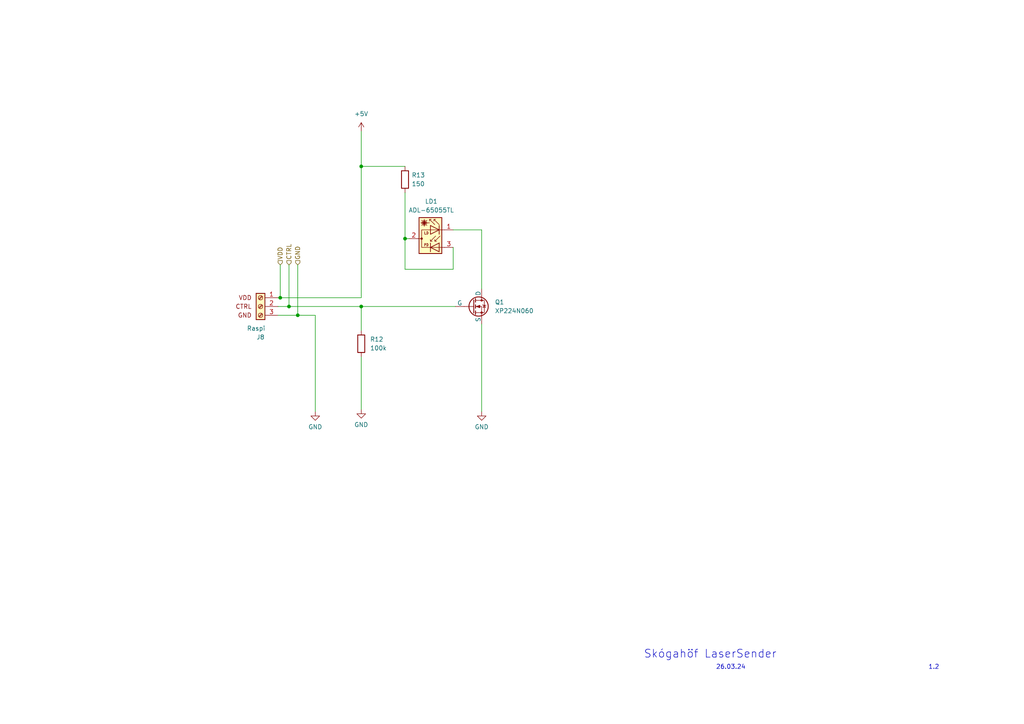
<source format=kicad_sch>
(kicad_sch (version 20230121) (generator eeschema)
  (paper "A4")
  (lib_symbols
    (symbol "Connector:Screw_Terminal_01x03" (pin_names (offset 1.016) hide)
      (property "Reference" "J1" (at 0 -8.89 0))
      (property "Value" "Raspi" (at 1.27 -6.35 0))
      (symbol "Screw_Terminal_01x03_1_1"
        (rectangle (start -1.27 3.81) (end 1.27 -3.81) (stroke (width 0.254)) (fill (type background)))
        (circle (center 0 -2.54) (radius 0.635) (stroke (width 0.1524)))
        (polyline (pts (xy -0.5334 -2.2098) (xy 0.3302 -3.048)) (stroke (width 0.1524)))
        (polyline (pts (xy -0.5334 0.3302) (xy 0.3302 -0.508)) (stroke (width 0.1524)))
        (polyline (pts (xy -0.5334 2.8702) (xy 0.3302 2.032)) (stroke (width 0.1524)))
        (polyline (pts (xy -0.3556 -2.032) (xy 0.508 -2.8702)) (stroke (width 0.1524)))
        (polyline (pts (xy -0.3556 0.508) (xy 0.508 -0.3302)) (stroke (width 0.1524)))
        (polyline (pts (xy -0.3556 3.048) (xy 0.508 2.2098)) (stroke (width 0.1524)))
        (circle (center 0 0) (radius 0.635) (stroke (width 0.1524)))
        (circle (center 0 2.54) (radius 0.635) (stroke (width 0.1524)))
        (text "CTRL" (at 2.54 0 0) (effects (font (size 1.27 1.27)) (justify left)))
        (text "GND" (at 2.54 -2.54 0) (effects (font (size 1.27 1.27)) (justify left)))
        (text "VDD" (at 2.54 2.54 0) (effects (font (size 1.27 1.27)) (justify left)))
        (pin passive line (at -5.08 2.54 0) (length 3.81) (name "Pin_1") (number "1"))
        (pin passive line (at -5.08 0 0) (length 3.81) (name "Pin_2") (number "2"))
        (pin passive line (at -5.08 -2.54 0) (length 3.81) (name "Pin_3") (number "3"))
      )
    )
    (symbol "Device:D_Laser_Photo_NType" (pin_names hide)
      (property "Reference" "LD" (at 1.016 7.112 0))
      (property "Value" "D_Laser_Photo_NType" (at 1.016 -5.588 0))
      (symbol "D_Laser_Photo_NType_0_1"
        (circle (center -1.524 0) (radius 0.254) (fill (type outline)))
        (arc (start -0.508 -1.778) (mid -0.3302 -1.6002) (end -0.508 -1.397))
        (arc (start 0 -2.159) (mid 0.3794 -1.778) (end 0 -1.397))
        (polyline (pts (xy -2.54 0) (xy -1.524 0)))
        (polyline (pts (xy -1.524 3.81) (xy 0 5.334)))
        (polyline (pts (xy -1.524 4.318) (xy 0 4.826)))
        (polyline (pts (xy -1.524 4.826) (xy 0 4.318)))
        (polyline (pts (xy -1.524 5.334) (xy 0 3.81)))
        (polyline (pts (xy -1.016 5.334) (xy -0.508 3.81)))
        (polyline (pts (xy -0.762 4.572) (xy -0.762 3.556)))
        (polyline (pts (xy -0.762 4.572) (xy -0.762 5.588)))
        (polyline (pts (xy -0.635 -1.397) (xy -0.635 -2.159)))
        (polyline (pts (xy -0.508 5.334) (xy -1.016 3.81)))
        (polyline (pts (xy 0 -1.397) (xy 0 -2.159)))
        (polyline (pts (xy 0 2.032) (xy 0 1.27)))
        (polyline (pts (xy 0.762 4.572) (xy -1.778 4.572)))
        (polyline (pts (xy 0.762 5.588) (xy 1.27 5.588)))
        (polyline (pts (xy 1.016 -1.27) (xy 1.016 -3.81)) (stroke (width 0.2032)))
        (polyline (pts (xy 1.016 -0.762) (xy 1.524 -0.762)))
        (polyline (pts (xy 3.556 3.81) (xy 3.556 1.27)) (stroke (width 0.2032)))
        (polyline (pts (xy -0.635 2.032) (xy -0.635 1.27) (xy -0.254 1.27)))
        (polyline (pts (xy 2.286 4.064) (xy 0.762 5.588) (xy 0.762 5.08)))
        (polyline (pts (xy 2.54 0.762) (xy 1.016 -0.762) (xy 1.016 -0.254)))
        (polyline (pts (xy 3.556 -1.27) (xy 3.556 -3.81) (xy 1.016 -2.54) (xy 3.556 -1.27)) (stroke (width 0.2032)))
        (polyline (pts (xy 5.08 2.54) (xy -1.524 2.54) (xy -1.524 -2.54) (xy 5.08 -2.54)))
        (polyline (pts (xy 3.556 4.064) (xy 2.032 5.588) (xy 2.032 5.08) (xy 2.032 5.588) (xy 2.54 5.588)))
        (polyline (pts (xy 3.81 0.762) (xy 2.286 -0.762) (xy 2.286 -0.254) (xy 2.286 -0.762) (xy 2.794 -0.762)))
        (arc (start 0 1.27) (mid 0.3794 1.651) (end 0 2.032))
        (rectangle (start 4.318 6.096) (end -2.286 -4.318) (stroke (width 0.254)) (fill (type background)))
      )
      (symbol "D_Laser_Photo_NType_1_1"
        (polyline (pts (xy 1.016 3.81) (xy 1.016 1.27) (xy 3.556 2.54) (xy 1.016 3.81)) (stroke (width 0.2032)))
        (pin passive line (at 7.62 2.54 180) (length 2.54) (name "~") (number "1"))
        (pin passive line (at -5.08 0 0) (length 2.54) (name "~") (number "2"))
        (pin passive line (at 7.62 -2.54 180) (length 2.54) (name "~") (number "3"))
      )
    )
    (symbol "Device:R" (pin_numbers hide) (pin_names (offset 0))
      (property "Reference" "R" (at 2.032 0 90))
      (property "Value" "R" (at 0 0 90))
      (symbol "R_0_1"
        (rectangle (start -1.016 -2.54) (end 1.016 2.54) (stroke (width 0.254)))
      )
      (symbol "R_1_1"
        (pin passive line (at 0 3.81 270) (length 1.27) (name "~") (number "1"))
        (pin passive line (at 0 -3.81 90) (length 1.27) (name "~") (number "2"))
      )
    )
    (symbol "Simulation_SPICE:NMOS" (pin_numbers hide) (pin_names (offset 0))
      (property "Reference" "Q" (at 5.08 1.27 0))
      (property "Value" "NMOS" (at 5.08 -1.27 0))
      (symbol "NMOS_0_1"
        (polyline (pts (xy 0.254 0) (xy -2.54 0)))
        (polyline (pts (xy 0.254 1.905) (xy 0.254 -1.905)) (stroke (width 0.254)))
        (polyline (pts (xy 0.762 -1.27) (xy 0.762 -2.286)) (stroke (width 0.254)))
        (polyline (pts (xy 0.762 0.508) (xy 0.762 -0.508)) (stroke (width 0.254)))
        (polyline (pts (xy 0.762 2.286) (xy 0.762 1.27)) (stroke (width 0.254)))
        (polyline (pts (xy 2.54 2.54) (xy 2.54 1.778)))
        (polyline (pts (xy 2.54 -2.54) (xy 2.54 0) (xy 0.762 0)))
        (polyline (pts (xy 0.762 -1.778) (xy 3.302 -1.778) (xy 3.302 1.778) (xy 0.762 1.778)))
        (polyline (pts (xy 1.016 0) (xy 2.032 0.381) (xy 2.032 -0.381) (xy 1.016 0)) (fill (type outline)))
        (polyline (pts (xy 2.794 0.508) (xy 2.921 0.381) (xy 3.683 0.381) (xy 3.81 0.254)))
        (polyline (pts (xy 3.302 0.381) (xy 2.921 -0.254) (xy 3.683 -0.254) (xy 3.302 0.381)))
        (circle (center 1.651 0) (radius 2.794) (stroke (width 0.254)))
        (circle (center 2.54 -1.778) (radius 0.254) (fill (type outline)))
        (circle (center 2.54 1.778) (radius 0.254) (fill (type outline)))
      )
      (symbol "NMOS_1_1"
        (pin passive line (at 2.54 5.08 270) (length 2.54) (name "D") (number "1"))
        (pin input line (at -5.08 0 0) (length 2.54) (name "G") (number "2"))
        (pin passive line (at 2.54 -5.08 90) (length 2.54) (name "S") (number "3"))
      )
    )
    (symbol "power:+5V" (power) (pin_names (offset 0))
      (property "Value" "+5V" (at 0 3.556 0))
      (symbol "+5V_0_1"
        (polyline (pts (xy -0.762 1.27) (xy 0 2.54)))
        (polyline (pts (xy 0 0) (xy 0 2.54)))
        (polyline (pts (xy 0 2.54) (xy 0.762 1.27)))
      )
      (symbol "+5V_1_1"
        (pin power_in line (at 0 0 90) (length 0) hide (name "+5V") (number "1"))
      )
    )
    (symbol "power:GND" (power) (pin_names (offset 0))
      (property "Value" "GND" (at 0 -3.81 0))
      (symbol "GND_0_1"
        (polyline (pts (xy 0 0) (xy 0 -1.27) (xy 1.27 -1.27) (xy 0 -2.54) (xy -1.27 -1.27) (xy 0 -1.27)))
      )
      (symbol "GND_1_1"
        (pin power_in line (at 0 0 270) (length 0) hide (name "GND") (number "1"))
      )
    )
  )
  (junction (at 104.775 48.26))
  (junction (at 86.36 91.44))
  (junction (at 117.475 69.215))
  (junction (at 83.82 88.9))
  (junction (at 81.28 86.36))
  (junction (at 104.775 88.9))
  (wire (pts (xy 91.44 91.44) (xy 86.36 91.44)))
  (wire (pts (xy 86.36 91.44) (xy 80.645 91.44)))
  (wire (pts (xy 117.475 55.88) (xy 117.475 69.215)))
  (wire (pts (xy 81.28 76.835) (xy 81.28 86.36)))
  (wire (pts (xy 104.775 88.9) (xy 104.775 95.885)))
  (wire (pts (xy 117.475 48.26) (xy 104.775 48.26)))
  (wire (pts (xy 131.445 71.755) (xy 131.445 78.105)))
  (wire (pts (xy 117.475 69.215) (xy 117.475 78.105)))
  (wire (pts (xy 104.775 38.1) (xy 104.775 48.26)))
  (wire (pts (xy 118.745 69.215) (xy 117.475 69.215)))
  (wire (pts (xy 83.82 76.835) (xy 83.82 88.9)))
  (wire (pts (xy 104.775 86.36) (xy 81.28 86.36)))
  (wire (pts (xy 81.28 86.36) (xy 80.645 86.36)))
  (wire (pts (xy 91.44 119.38) (xy 91.44 91.44)))
  (wire (pts (xy 80.645 88.9) (xy 83.82 88.9)))
  (wire (pts (xy 86.36 76.835) (xy 86.36 91.44)))
  (wire (pts (xy 104.775 88.9) (xy 132.08 88.9)))
  (wire (pts (xy 104.775 103.505) (xy 104.775 118.745)))
  (wire (pts (xy 139.7 83.82) (xy 139.7 66.675)))
  (wire (pts (xy 131.445 78.105) (xy 117.475 78.105)))
  (wire (pts (xy 83.82 88.9) (xy 104.775 88.9)))
  (wire (pts (xy 104.775 48.26) (xy 104.775 86.36)))
  (wire (pts (xy 139.7 93.98) (xy 139.7 119.38)))
  (wire (pts (xy 131.445 66.675) (xy 139.7 66.675)))
  (text "26.03.24" (at 207.645 194.31 0) (effects (font (size 1.27 1.27)) (justify left bottom)))
  (text "1.2" (at 269.24 194.31 0) (effects (font (size 1.27 1.27)) (justify left bottom)))
  (text "Skógahöf LaserSender" (at 186.69 191.135 0) (effects (font (size 2.3 2.3)) (justify left bottom)))
  (hierarchical_label "GND" (shape input) (at 86.36 76.835 90))
  (hierarchical_label "VDD" (shape input) (at 81.28 76.835 90))
  (hierarchical_label "CTRL" (shape input) (at 83.82 76.835 90))
  (symbol (lib_id "Device:R") (at 104.775 99.695 0) (unit 1)
    (property "Reference" "R12" (at 107.315 98.425 0) (effects (justify left)))
    (property "Value" "100k" (at 107.315 100.965 0) (effects (justify left)))
    (property "Footprint" "Resistor_SMD:R_0805_2012Metric_Pad1.20x1.40mm_HandSolder" (effects hide))
  )
  (symbol (lib_id "power:GND") (at 91.44 119.38 0) (unit 1)
    (property "Reference" "#PWR042" (effects hide))
    (property "Value" "GND" (at 91.44 123.825 0))
  )
  (symbol (lib_id "power:GND") (at 104.775 118.745 0) (unit 1)
    (property "Reference" "#PWR043" (effects hide))
    (property "Value" "GND" (at 104.775 123.19 0))
  )
  (symbol (lib_id "Device:D_Laser_Photo_NType") (at 123.825 69.215 0) (unit 1)
    (property "Reference" "LD1" (at 125.095 58.42 0))
    (property "Value" "ADL-65055TL" (at 125.095 60.96 0))
    (property "Footprint" "OptoDevice:LaserDiode_TO56-3" (effects hide))
    (property "Datasheet" "http://www.egismos.disonhu.com/laser/diode-package.htm" (effects hide))
  )
  (symbol (lib_id "power:GND") (at 139.7 119.38 0) (unit 1)
    (property "Reference" "#PWR045" (effects hide))
    (property "Value" "GND" (at 139.7 123.825 0))
  )
  (symbol (lib_id "power:+5V") (at 104.775 38.1 0) (unit 1)
    (property "Reference" "#PWR044" (effects hide))
    (property "Value" "+5V" (at 104.775 33.02 0))
  )
  (symbol (lib_id "Device:R") (at 117.475 52.07 0) (unit 1)
    (property "Reference" "R13" (at 119.38 50.8 0) (effects (justify left)))
    (property "Value" "150" (at 119.38 53.34 0) (effects (justify left)))
    (property "Footprint" "Resistor_SMD:R_0805_2012Metric_Pad1.20x1.40mm_HandSolder" (effects hide))
  )
  (symbol (lib_id "Connector:Screw_Terminal_01x03") (at 75.565 88.9 0) (mirror y) (unit 1)
    (property "Reference" "J8" (at 75.565 97.79 0))
    (property "Value" "Raspi" (at 74.295 95.25 0))
    (property "Footprint" "TerminalBlock_4Ucon:TerminalBlock_4Ucon_1x03_P3.50mm_Vertical" (effects hide))
  )
  (symbol (lib_id "Simulation_SPICE:NMOS") (at 137.16 88.9 0) (unit 1)
    (property "Reference" "Q1" (at 143.51 87.63 0) (effects (justify left)))
    (property "Value" "XP224N060" (at 143.51 90.17 0) (effects (justify left)))
    (property "Footprint" "Package_TO_SOT_SMD:SOT-323_SC-70" (effects hide))
    (property "Datasheet" "https://ngspice.sourceforge.io/docs/ngspice-html-manual/manual.xhtml#cha_MOSFETs" (effects hide))
    (property "Sim.Device" "NMOS" (effects hide))
    (property "Sim.Type" "VDMOS" (effects hide))
    (property "Sim.Pins" "1=D 2=G 3=S" (effects hide))
  )
)
</source>
